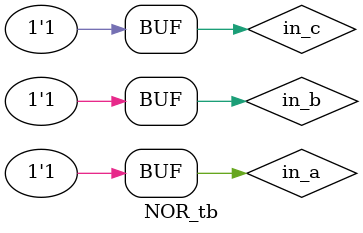
<source format=v>
`timescale 1ns/1ns

module NOR (
    input in_a, in_b, in_c,
    output out 
);
    nor(out, in_a, in_b, in_c);    

endmodule

module NOR_tb;
    reg in_a = 1'b0;
    reg in_b = 1'b0;
    reg in_c = 1'b0;
    wire out;

    NOR h1 (
        .in_a(in_a),
        .in_b(in_b),
        .in_c(in_c),
        .out(out)
    );


    initial
    begin
        $dumpfile("nor.vcd");
        $dumpvars(0, NOR_tb);
    end

    initial
    begin
        in_a = 1'b0;
        in_b = 1'b0;
        in_c = 1'b0;
        #10;
        in_a = 1'b0;
        in_b = 1'b0;
        in_c = 1'b1;
        #10;
        in_a = 1'b0;
        in_b = 1'b1;
        in_c = 1'b0;
        #10;
        in_a = 1'b0;
        in_b = 1'b1;
        in_c = 1'b1;
        #10;
        in_a = 1'b1;
        in_b = 1'b0;
        in_c = 1'b0;
        #10;
        in_a = 1'b1;
        in_b = 1'b0;
        in_c = 1'b1;
        #10;
        in_a = 1'b1;
        in_b = 1'b1;
        in_c = 1'b0;
        #10;
        in_a = 1'b1;
        in_b = 1'b1;
        in_c = 1'b1;
        #10;
    end
    
    initial
    begin
        $monitor("A = %d\tB = %d\tC = %d\tNor = %d\t", in_a, in_b, in_c, out);
    end
endmodule

</source>
